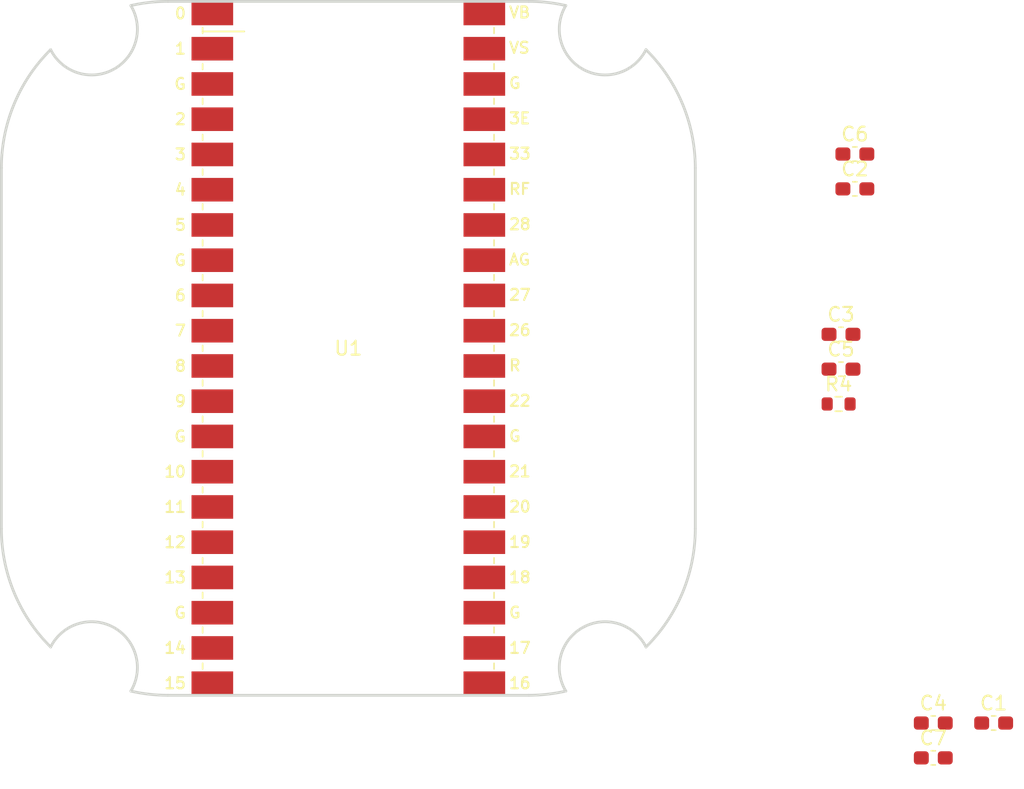
<source format=kicad_pcb>
(kicad_pcb (version 20211014) (generator pcbnew)
  (title_block (title "Teeny Controller for IIDX"))
  (layers (0 "F.Cu" signal) (31 "B.Cu" signal) (34 "B.Paste" user) (35 "F.Paste" user) (36 "B.SilkS" user "B.Silkscreen") (37 "F.SilkS" user "F.Silkscreen") (38 "B.Mask" user) (39 "F.Mask" user) (44 "Edge.Cuts" user))
  (net 0 "")
  (net 1 "+5V")
  (net 2 "GND")
  (net 3 "+3V3")
  (net 5 "Net-(R4-Pad2)")
  (net 12 "/SDA")
  (net 13 "/SCL")
  (footprint "Capacitor_SMD:C_0603_1608Metric_Pad1.08x0.95mm_HandSolder" (layer "F.Cu") (at 181.82 140.4)
    (fp_text reference "C1" (at 0 -1.43) (layer "F.SilkS"))
    (fp_text value "0.1uF")
    (fp_line (start -0.146267 -0.51) (end 0.146267 -0.51) (layer "F.SilkS") (width 0.12))
    (fp_line (start -0.146267 0.51) (end 0.146267 0.51) (layer "F.SilkS") (width 0.12))
    (pad "1" smd roundrect (at -0.8625 0) (size 1.075 0.95) (layers "F.Cu" "F.Paste" "F.Mask") (net 1 "+5V"))
    (pad "2" smd roundrect (at 0.8625 0) (size 1.075 0.95) (layers "F.Cu" "F.Paste" "F.Mask") (net 2 "GND"))
  )
  (footprint "aic_pico:RPi_Pico_SMD_No_USB" (layer "F.Cu") (at 135.32 113.4)
    (fp_text reference "U1" (at 0 0) (layer "F.SilkS"))
    (fp_text value "Pico")
    (fp_text user "9" (at -12.1 3.81) (layer "F.SilkS") (effects (font (size 0.8 0.8))))
    (fp_text user "14" (at -12.480952 21.59) (layer "F.SilkS") (effects (font (size 0.8 0.8))))
    (fp_text user "21" (at 12.361905 8.867892) (layer "F.SilkS") (effects (font (size 0.8 0.8))))
    (fp_text user "33" (at 12.361905 -14.025264) (layer "F.SilkS") (effects (font (size 0.8 0.8))))
    (fp_text user "22" (at 12.361905 3.780524) (layer "F.SilkS") (effects (font (size 0.8 0.8))))
    (fp_text user "G" (at -12.119047 6.35) (layer "F.SilkS") (effects (font (size 0.8 0.8))))
    (fp_text user "8" (at -12.1 1.27) (layer "F.SilkS") (effects (font (size 0.8 0.8))))
    (fp_text user "5" (at -12.1 -8.89) (layer "F.SilkS") (effects (font (size 0.8 0.8))))
    (fp_text user "20" (at 12.361905 11.411576) (layer "F.SilkS") (effects (font (size 0.8 0.8))))
    (fp_text user "7" (at -12.1 -1.27) (layer "F.SilkS") (effects (font (size 0.8 0.8))))
    (fp_text user "12" (at -12.480952 13.97) (layer "F.SilkS") (effects (font (size 0.8 0.8))))
    (fp_text user "18" (at 12.361905 16.498944) (layer "F.SilkS") (effects (font (size 0.8 0.8))))
    (fp_text user "2" (at -12.1 -16.51) (layer "F.SilkS") (effects (font (size 0.8 0.8))))
    (fp_text user "1" (at -12.1 -21.59) (layer "F.SilkS") (effects (font (size 0.8 0.8))))
    (fp_text user "0" (at -12.1 -24.13) (layer "F.SilkS") (effects (font (size 0.8 0.8))))
    (fp_text user "11" (at -12.480952 11.43) (layer "F.SilkS") (effects (font (size 0.8 0.8))))
    (fp_text user "15" (at -12.480952 24.13) (layer "F.SilkS") (effects (font (size 0.8 0.8))))
    (fp_text user "28" (at 12.361905 -8.937896) (layer "F.SilkS") (effects (font (size 0.8 0.8))))
    (fp_text user "AG" (at 12.342857 -6.394212) (layer "F.SilkS") (effects (font (size 0.8 0.8))))
    (fp_text user "26" (at 12.361905 -1.306844) (layer "F.SilkS") (effects (font (size 0.8 0.8))))
    (fp_text user "19" (at 12.361905 13.95526) (layer "F.SilkS") (effects (font (size 0.8 0.8))))
    (fp_text user "VB" (at 12.342857 -24.2) (layer "F.SilkS") (effects (font (size 0.8 0.8))))
    (fp_text user "10" (at -12.480952 8.89) (layer "F.SilkS") (effects (font (size 0.8 0.8))))
    (fp_text user "16" (at 12.361905 24.13) (layer "F.SilkS") (effects (font (size 0.8 0.8))))
    (fp_text user "G" (at 12 6.324208) (layer "F.SilkS") (effects (font (size 0.8 0.8))))
    (fp_text user "G" (at -12.119047 -6.35) (layer "F.SilkS") (effects (font (size 0.8 0.8))))
    (fp_text user "3" (at -12.1 -13.97) (layer "F.SilkS") (effects (font (size 0.8 0.8))))
    (fp_text user "G" (at 12 -19.112632) (layer "F.SilkS") (effects (font (size 0.8 0.8))))
    (fp_text user "13" (at -12.480952 16.51) (layer "F.SilkS") (effects (font (size 0.8 0.8))))
    (fp_text user "G" (at 12 19.042628) (layer "F.SilkS") (effects (font (size 0.8 0.8))))
    (fp_text user "G" (at -12.119047 19.05) (layer "F.SilkS") (effects (font (size 0.8 0.8))))
    (fp_text user "VS" (at 12.323809 -21.656316) (layer "F.SilkS") (effects (font (size 0.8 0.8))))
    (fp_text user "R" (at 12 1.23684) (layer "F.SilkS") (effects (font (size 0.8 0.8))))
    (fp_text user "RF" (at 12.342857 -11.48158) (layer "F.SilkS") (effects (font (size 0.8 0.8))))
    (fp_text user "3E" (at 12.342857 -16.568948) (layer "F.SilkS") (effects (font (size 0.8 0.8))))
    (fp_text user "4" (at -12.1 -11.43) (layer "F.SilkS") (effects (font (size 0.8 0.8))))
    (fp_text user "6" (at -12.1 -3.81) (layer "F.SilkS") (effects (font (size 0.8 0.8))))
    (fp_text user "G" (at -12.119047 -19.05) (layer "F.SilkS") (effects (font (size 0.8 0.8))))
    (fp_text user "27" (at 12.361905 -3.850528) (layer "F.SilkS") (effects (font (size 0.8 0.8))))
    (fp_text user "17" (at 12.361905 21.586312) (layer "F.SilkS") (effects (font (size 0.8 0.8))))
    (fp_line (start -10.5 4.9) (end -10.5 5.3) (layer "F.SilkS") (width 0.12))
    (fp_line (start -10.5 -0.2) (end -10.5 0.2) (layer "F.SilkS") (width 0.12))
    (fp_line (start 10.5 22.7) (end 10.5 23.1) (layer "F.SilkS") (width 0.12))
    (fp_line (start -10.5 17.6) (end -10.5 18) (layer "F.SilkS") (width 0.12))
    (fp_line (start 10.5 -15.4) (end 10.5 -15) (layer "F.SilkS") (width 0.12))
    (fp_line (start 10.5 -18) (end 10.5 -17.6) (layer "F.SilkS") (width 0.12))
    (fp_line (start 10.5 17.6) (end 10.5 18) (layer "F.SilkS") (width 0.12))
    (fp_line (start -10.5 12.5) (end -10.5 12.9) (layer "F.SilkS") (width 0.12))
    (fp_line (start -10.5 -12.9) (end -10.5 -12.5) (layer "F.SilkS") (width 0.12))
    (fp_line (start 10.5 -7.8) (end 10.5 -7.4) (layer "F.SilkS") (width 0.12))
    (fp_line (start 10.5 4.9) (end 10.5 5.3) (layer "F.SilkS") (width 0.12))
    (fp_line (start 10.5 -10.4) (end 10.5 -10) (layer "F.SilkS") (width 0.12))
    (fp_line (start 10.5 -2.7) (end 10.5 -2.3) (layer "F.SilkS") (width 0.12))
    (fp_line (start -10.5 -2.7) (end -10.5 -2.3) (layer "F.SilkS") (width 0.12))
    (fp_line (start 10.5 10) (end 10.5 10.4) (layer "F.SilkS") (width 0.12))
    (fp_line (start -10.5 2.3) (end -10.5 2.7) (layer "F.SilkS") (width 0.12))
    (fp_line (start -10.5 20.1) (end -10.5 20.5) (layer "F.SilkS") (width 0.12))
    (fp_line (start 10.5 12.5) (end 10.5 12.9) (layer "F.SilkS") (width 0.12))
    (fp_line (start 10.5 15.1) (end 10.5 15.5) (layer "F.SilkS") (width 0.12))
    (fp_line (start 10.5 -0.2) (end 10.5 0.2) (layer "F.SilkS") (width 0.12))
    (fp_line (start 10.5 -20.5) (end 10.5 -20.1) (layer "F.SilkS") (width 0.12))
    (fp_line (start -10.5 -18) (end -10.5 -17.6) (layer "F.SilkS") (width 0.12))
    (fp_line (start 10.5 -23.1) (end 10.5 -22.7) (layer "F.SilkS") (width 0.12))
    (fp_line (start -10.5 -5.3) (end -10.5 -4.9) (layer "F.SilkS") (width 0.12))
    (fp_line (start -10.5 -23.1) (end -10.5 -22.7) (layer "F.SilkS") (width 0.12))
    (fp_line (start 10.5 -12.9) (end 10.5 -12.5) (layer "F.SilkS") (width 0.12))
    (fp_line (start -10.5 -20.5) (end -10.5 -20.1) (layer "F.SilkS") (width 0.12))
    (fp_line (start -10.5 -7.8) (end -10.5 -7.4) (layer "F.SilkS") (width 0.12))
    (fp_line (start 10.5 2.3) (end 10.5 2.7) (layer "F.SilkS") (width 0.12))
    (fp_line (start -10.5 22.7) (end -10.5 23.1) (layer "F.SilkS") (width 0.12))
    (fp_line (start -10.5 15.1) (end -10.5 15.5) (layer "F.SilkS") (width 0.12))
    (fp_line (start -10.5 -15.4) (end -10.5 -15) (layer "F.SilkS") (width 0.12))
    (fp_line (start -10.5 -22.833) (end -7.493 -22.833) (layer "F.SilkS") (width 0.12))
    (fp_line (start -10.5 10) (end -10.5 10.4) (layer "F.SilkS") (width 0.12))
    (fp_line (start 10.5 -5.3) (end 10.5 -4.9) (layer "F.SilkS") (width 0.12))
    (fp_line (start 10.5 20.1) (end 10.5 20.5) (layer "F.SilkS") (width 0.12))
    (fp_line (start 10.5 7.4) (end 10.5 7.8) (layer "F.SilkS") (width 0.12))
    (fp_line (start -10.5 7.4) (end -10.5 7.8) (layer "F.SilkS") (width 0.12))
    (fp_line (start -10.5 -10.4) (end -10.5 -10) (layer "F.SilkS") (width 0.12))
    (pad "1" smd rect (at -9.8 -24.13) (size 3 1.7) (layers "F.Cu" "F.Mask"))
    (pad "2" smd rect (at -9.8 -21.59) (size 3 1.7) (layers "F.Cu" "F.Mask"))
    (pad "3" smd rect (at -9.8 -19.05) (size 3 1.7) (layers "F.Cu" "F.Mask") (net 2 "GND"))
    (pad "4" smd rect (at -9.8 -16.51) (size 3 1.7) (layers "F.Cu" "F.Mask"))
    (pad "5" smd rect (at -9.8 -13.97) (size 3 1.7) (layers "F.Cu" "F.Mask"))
    (pad "6" smd rect (at -9.8 -11.43) (size 3 1.7) (layers "F.Cu" "F.Mask"))
    (pad "7" smd rect (at -9.8 -8.89) (size 3 1.7) (layers "F.Cu" "F.Mask"))
    (pad "8" smd rect (at -9.8 -6.35) (size 3 1.7) (layers "F.Cu" "F.Mask") (net 2 "GND"))
    (pad "9" smd rect (at -9.8 -3.81) (size 3 1.7) (layers "F.Cu" "F.Mask") (net 12 "/SDA"))
    (pad "10" smd rect (at -9.8 -1.27) (size 3 1.7) (layers "F.Cu" "F.Mask") (net 13 "/SCL"))
    (pad "11" smd rect (at -9.8 1.27) (size 3 1.7) (layers "F.Cu" "F.Mask"))
    (pad "12" smd rect (at -9.8 3.81) (size 3 1.7) (layers "F.Cu" "F.Mask"))
    (pad "13" smd rect (at -9.8 6.35) (size 3 1.7) (layers "F.Cu" "F.Mask") (net 2 "GND"))
    (pad "14" smd rect (at -9.8 8.89) (size 3 1.7) (layers "F.Cu" "F.Mask"))
    (pad "15" smd rect (at -9.8 11.43) (size 3 1.7) (layers "F.Cu" "F.Mask"))
    (pad "16" smd rect (at -9.8 13.97) (size 3 1.7) (layers "F.Cu" "F.Mask"))
    (pad "17" smd rect (at -9.8 16.51) (size 3 1.7) (layers "F.Cu" "F.Mask") (net 5 "Net-(R4-Pad2)"))
    (pad "18" smd rect (at -9.8 19.05) (size 3 1.7) (layers "F.Cu" "F.Mask") (net 2 "GND"))
    (pad "19" smd rect (at -9.8 21.59) (size 3 1.7) (layers "F.Cu" "F.Mask"))
    (pad "20" smd rect (at -9.8 24.13) (size 3 1.7) (layers "F.Cu" "F.Mask"))
    (pad "21" smd rect (at 9.8 24.13) (size 3 1.7) (layers "F.Cu" "F.Mask"))
    (pad "22" smd rect (at 9.8 21.59) (size 3 1.7) (layers "F.Cu" "F.Mask"))
    (pad "23" smd rect (at 9.8 19.05) (size 3 1.7) (layers "F.Cu" "F.Mask") (net 2 "GND"))
    (pad "24" smd rect (at 9.8 16.51) (size 3 1.7) (layers "F.Cu" "F.Mask"))
    (pad "25" smd rect (at 9.8 13.97) (size 3 1.7) (layers "F.Cu" "F.Mask"))
    (pad "26" smd rect (at 9.8 11.43) (size 3 1.7) (layers "F.Cu" "F.Mask"))
    (pad "27" smd rect (at 9.8 8.89) (size 3 1.7) (layers "F.Cu" "F.Mask"))
    (pad "28" smd rect (at 9.8 6.35) (size 3 1.7) (layers "F.Cu" "F.Mask") (net 2 "GND"))
    (pad "29" smd rect (at 9.8 3.81) (size 3 1.7) (layers "F.Cu" "F.Mask"))
    (pad "30" smd rect (at 9.8 1.27) (size 3 1.7) (layers "F.Cu" "F.Mask"))
    (pad "31" smd rect (at 9.8 -1.27) (size 3 1.7) (layers "F.Cu" "F.Mask"))
    (pad "32" smd rect (at 9.8 -3.81) (size 3 1.7) (layers "F.Cu" "F.Mask"))
    (pad "33" smd rect (at 9.8 -6.35) (size 3 1.7) (layers "F.Cu" "F.Mask") (net 2 "GND"))
    (pad "34" smd rect (at 9.8 -8.89) (size 3 1.7) (layers "F.Cu" "F.Mask"))
    (pad "35" smd rect (at 9.8 -11.43) (size 3 1.7) (layers "F.Cu" "F.Mask"))
    (pad "36" smd rect (at 9.8 -13.97) (size 3 1.7) (layers "F.Cu" "F.Mask") (net 3 "+3V3"))
    (pad "37" smd rect (at 9.8 -16.51) (size 3 1.7) (layers "F.Cu" "F.Mask"))
    (pad "38" smd rect (at 9.8 -19.05) (size 3 1.7) (layers "F.Cu" "F.Mask") (net 2 "GND"))
    (pad "39" smd rect (at 9.8 -21.59) (size 3 1.7) (layers "F.Cu" "F.Mask") (net 1 "+5V"))
    (pad "40" smd rect (at 9.8 -24.13) (size 3 1.7) (layers "F.Cu" "F.Mask"))
  )
  (footprint "Capacitor_SMD:C_0603_1608Metric_Pad1.08x0.95mm_HandSolder" (layer "F.Cu") (at 170.82 114.9)
    (fp_text reference "C5" (at 0 -1.43) (layer "F.SilkS"))
    (fp_text value "0.1uF")
    (fp_line (start -0.146267 -0.51) (end 0.146267 -0.51) (layer "F.SilkS") (width 0.12))
    (fp_line (start -0.146267 0.51) (end 0.146267 0.51) (layer "F.SilkS") (width 0.12))
    (pad "1" smd roundrect (at -0.8625 0) (size 1.075 0.95) (layers "F.Cu" "F.Paste" "F.Mask") (net 3 "+3V3"))
    (pad "2" smd roundrect (at 0.8625 0) (size 1.075 0.95) (layers "F.Cu" "F.Paste" "F.Mask") (net 2 "GND"))
  )
  (footprint "Capacitor_SMD:C_0603_1608Metric_Pad1.08x0.95mm_HandSolder" (layer "F.Cu") (at 171.82 99.4)
    (fp_text reference "C6" (at 0 -1.43) (layer "F.SilkS"))
    (fp_text value "0.1uF")
    (fp_line (start -0.146267 0.51) (end 0.146267 0.51) (layer "F.SilkS") (width 0.12))
    (fp_line (start -0.146267 -0.51) (end 0.146267 -0.51) (layer "F.SilkS") (width 0.12))
    (pad "1" smd roundrect (at -0.8625 0) (size 1.075 0.95) (layers "F.Cu" "F.Paste" "F.Mask") (net 3 "+3V3"))
    (pad "2" smd roundrect (at 0.8625 0) (size 1.075 0.95) (layers "F.Cu" "F.Paste" "F.Mask") (net 2 "GND"))
  )
  (footprint "Capacitor_SMD:C_0603_1608Metric_Pad1.08x0.95mm_HandSolder" (layer "F.Cu") (at 177.47 142.91)
    (fp_text reference "C7" (at 0 -1.43) (layer "F.SilkS"))
    (fp_text value "0.1uF")
    (fp_line (start -0.146267 -0.51) (end 0.146267 -0.51) (layer "F.SilkS") (width 0.12))
    (fp_line (start -0.146267 0.51) (end 0.146267 0.51) (layer "F.SilkS") (width 0.12))
    (pad "1" smd roundrect (at -0.8625 0) (size 1.075 0.95) (layers "F.Cu" "F.Paste" "F.Mask") (net 3 "+3V3"))
    (pad "2" smd roundrect (at 0.8625 0) (size 1.075 0.95) (layers "F.Cu" "F.Paste" "F.Mask") (net 2 "GND"))
  )
  (footprint "Resistor_SMD:R_0603_1608Metric" (layer "F.Cu") (at 170.65 117.41)
    (fp_text reference "R4" (at 0 -1.43) (layer "F.SilkS"))
    (fp_text value "10")
    (fp_line (start -0.237258 -0.5225) (end 0.237258 -0.5225) (layer "F.SilkS") (width 0.12))
    (fp_line (start -0.237258 0.5225) (end 0.237258 0.5225) (layer "F.SilkS") (width 0.12))
    (pad "1" smd roundrect (at -0.825 0) (size 0.8 0.95) (layers "F.Cu" "F.Paste" "F.Mask"))
    (pad "2" smd roundrect (at 0.825 0) (size 0.8 0.95) (layers "F.Cu" "F.Paste" "F.Mask") (net 5 "Net-(R4-Pad2)"))
  )
  (footprint "Capacitor_SMD:C_0603_1608Metric_Pad1.08x0.95mm_HandSolder" (layer "F.Cu") (at 171.82 101.91)
    (fp_text reference "C2" (at 0 -1.43) (layer "F.SilkS"))
    (fp_text value "0.1uF")
    (fp_line (start -0.146267 -0.51) (end 0.146267 -0.51) (layer "F.SilkS") (width 0.12))
    (fp_line (start -0.146267 0.51) (end 0.146267 0.51) (layer "F.SilkS") (width 0.12))
    (pad "1" smd roundrect (at -0.8625 0) (size 1.075 0.95) (layers "F.Cu" "F.Paste" "F.Mask") (net 1 "+5V"))
    (pad "2" smd roundrect (at 0.8625 0) (size 1.075 0.95) (layers "F.Cu" "F.Paste" "F.Mask") (net 2 "GND"))
  )
  (footprint "Capacitor_SMD:C_0603_1608Metric_Pad1.08x0.95mm_HandSolder" (layer "F.Cu") (at 177.47 140.4)
    (fp_text reference "C4" (at 0 -1.43) (layer "F.SilkS"))
    (fp_text value "0.1uF")
    (fp_line (start -0.146267 -0.51) (end 0.146267 -0.51) (layer "F.SilkS") (width 0.12))
    (fp_line (start -0.146267 0.51) (end 0.146267 0.51) (layer "F.SilkS") (width 0.12))
    (pad "1" smd roundrect (at -0.8625 0) (size 1.075 0.95) (layers "F.Cu" "F.Paste" "F.Mask") (net 3 "+3V3"))
    (pad "2" smd roundrect (at 0.8625 0) (size 1.075 0.95) (layers "F.Cu" "F.Paste" "F.Mask") (net 2 "GND"))
  )
  (footprint "Capacitor_SMD:C_0603_1608Metric_Pad1.08x0.95mm_HandSolder" (layer "F.Cu") (at 170.82 112.39)
    (fp_text reference "C3" (at 0 -1.43) (layer "F.SilkS"))
    (fp_text value "0.1uF")
    (fp_line (start -0.146267 -0.51) (end 0.146267 -0.51) (layer "F.SilkS") (width 0.12))
    (fp_line (start -0.146267 0.51) (end 0.146267 0.51) (layer "F.SilkS") (width 0.12))
    (pad "1" smd roundrect (at -0.8625 0) (size 1.075 0.95) (layers "F.Cu" "F.Paste" "F.Mask") (net 1 "+5V"))
    (pad "2" smd roundrect (at 0.8625 0) (size 1.075 0.95) (layers "F.Cu" "F.Paste" "F.Mask") (net 2 "GND"))
  )
  (gr_line (start 148.32 138.399999) (end 122.32 138.399999) (layer "Edge.Cuts") (width 0.2))
  (gr_line (start 160.32 126.399999) (end 160.32 100.399999) (layer "Edge.Cuts") (width 0.2))
  (gr_arc (start 119.649044 88.701025) (mid 118.410332 93.29151) (end 113.870189 91.879395) (layer "Edge.Cuts") (width 0.2))
  (gr_arc (start 150.990956 138.098973) (mid 152.229668 133.508486) (end 156.769811 134.920603) (layer "Edge.Cuts") (width 0.2))
  (gr_arc (start 110.32 100.399999) (mid 111.243048 95.784684) (end 113.870189 91.879395) (layer "Edge.Cuts") (width 0.2))
  (gr_arc (start 113.870189 134.920603) (mid 111.243048 131.015314) (end 110.32 126.399999) (layer "Edge.Cuts") (width 0.2))
  (gr_arc (start 122.32 138.399999) (mid 120.976067 138.324505) (end 119.649044 138.098973) (layer "Edge.Cuts") (width 0.2))
  (gr_arc (start 156.769811 91.879395) (mid 159.396952 95.784684) (end 160.32 100.399999) (layer "Edge.Cuts") (width 0.2))
  (gr_arc (start 160.32 126.399999) (mid 159.396952 131.015314) (end 156.769811 134.920603) (layer "Edge.Cuts") (width 0.2))
  (gr_arc (start 156.769811 91.879395) (mid 152.229668 93.291511) (end 150.990956 88.701025) (layer "Edge.Cuts") (width 0.2))
  (gr_arc (start 150.990956 138.098973) (mid 149.663933 138.324505) (end 148.32 138.399999) (layer "Edge.Cuts") (width 0.2))
  (gr_arc (start 113.870189 134.920603) (mid 118.410332 133.508487) (end 119.649044 138.098973) (layer "Edge.Cuts") (width 0.2))
  (gr_line (start 148.32 88.399999) (end 122.32 88.399999) (layer "Edge.Cuts") (width 0.2))
  (gr_line (start 110.32 126.399999) (end 110.32 100.399999) (layer "Edge.Cuts") (width 0.2))
  (gr_arc (start 148.32 88.399999) (mid 149.663933 88.475493) (end 150.990956 88.701025) (layer "Edge.Cuts") (width 0.2))
  (gr_arc (start 119.649044 88.701025) (mid 120.976067 88.475493) (end 122.32 88.399999) (layer "Edge.Cuts") (width 0.2))
)
</source>
